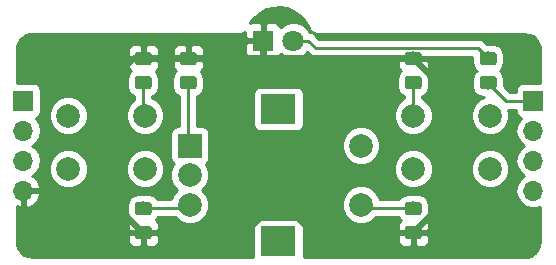
<source format=gbr>
G04 #@! TF.GenerationSoftware,KiCad,Pcbnew,(5.0.2-5)-5*
G04 #@! TF.CreationDate,2019-10-01T20:51:56+03:00*
G04 #@! TF.ProjectId,nav_panel,6e61765f-7061-46e6-956c-2e6b69636164,rev?*
G04 #@! TF.SameCoordinates,Original*
G04 #@! TF.FileFunction,Copper,L2,Bot*
G04 #@! TF.FilePolarity,Positive*
%FSLAX46Y46*%
G04 Gerber Fmt 4.6, Leading zero omitted, Abs format (unit mm)*
G04 Created by KiCad (PCBNEW (5.0.2-5)-5) date 2019 October 01, Tuesday 20:51:56*
%MOMM*%
%LPD*%
G01*
G04 APERTURE LIST*
G04 #@! TA.AperFunction,ComponentPad*
%ADD10R,1.800000X1.800000*%
G04 #@! TD*
G04 #@! TA.AperFunction,ComponentPad*
%ADD11C,1.800000*%
G04 #@! TD*
G04 #@! TA.AperFunction,Conductor*
%ADD12C,0.100000*%
G04 #@! TD*
G04 #@! TA.AperFunction,SMDPad,CuDef*
%ADD13C,1.150000*%
G04 #@! TD*
G04 #@! TA.AperFunction,ComponentPad*
%ADD14C,2.000000*%
G04 #@! TD*
G04 #@! TA.AperFunction,ComponentPad*
%ADD15R,3.000000X2.500000*%
G04 #@! TD*
G04 #@! TA.AperFunction,ComponentPad*
%ADD16R,2.000000X2.000000*%
G04 #@! TD*
G04 #@! TA.AperFunction,ComponentPad*
%ADD17R,1.700000X1.700000*%
G04 #@! TD*
G04 #@! TA.AperFunction,ComponentPad*
%ADD18O,1.700000X1.700000*%
G04 #@! TD*
G04 #@! TA.AperFunction,Conductor*
%ADD19C,0.500000*%
G04 #@! TD*
G04 #@! TA.AperFunction,Conductor*
%ADD20C,0.250000*%
G04 #@! TD*
G04 #@! TA.AperFunction,Conductor*
%ADD21C,0.254000*%
G04 #@! TD*
G04 APERTURE END LIST*
D10*
G04 #@! TO.P,D1,1*
G04 #@! TO.N,GND*
X147320000Y-81280000D03*
D11*
G04 #@! TO.P,D1,2*
G04 #@! TO.N,Net-(D1-Pad2)*
X149860000Y-81280000D03*
G04 #@! TD*
D12*
G04 #@! TO.N,SW1*
G04 #@! TO.C,R1*
G36*
X137634505Y-84271204D02*
X137658773Y-84274804D01*
X137682572Y-84280765D01*
X137705671Y-84289030D01*
X137727850Y-84299520D01*
X137748893Y-84312132D01*
X137768599Y-84326747D01*
X137786777Y-84343223D01*
X137803253Y-84361401D01*
X137817868Y-84381107D01*
X137830480Y-84402150D01*
X137840970Y-84424329D01*
X137849235Y-84447428D01*
X137855196Y-84471227D01*
X137858796Y-84495495D01*
X137860000Y-84519999D01*
X137860000Y-85170001D01*
X137858796Y-85194505D01*
X137855196Y-85218773D01*
X137849235Y-85242572D01*
X137840970Y-85265671D01*
X137830480Y-85287850D01*
X137817868Y-85308893D01*
X137803253Y-85328599D01*
X137786777Y-85346777D01*
X137768599Y-85363253D01*
X137748893Y-85377868D01*
X137727850Y-85390480D01*
X137705671Y-85400970D01*
X137682572Y-85409235D01*
X137658773Y-85415196D01*
X137634505Y-85418796D01*
X137610001Y-85420000D01*
X136709999Y-85420000D01*
X136685495Y-85418796D01*
X136661227Y-85415196D01*
X136637428Y-85409235D01*
X136614329Y-85400970D01*
X136592150Y-85390480D01*
X136571107Y-85377868D01*
X136551401Y-85363253D01*
X136533223Y-85346777D01*
X136516747Y-85328599D01*
X136502132Y-85308893D01*
X136489520Y-85287850D01*
X136479030Y-85265671D01*
X136470765Y-85242572D01*
X136464804Y-85218773D01*
X136461204Y-85194505D01*
X136460000Y-85170001D01*
X136460000Y-84519999D01*
X136461204Y-84495495D01*
X136464804Y-84471227D01*
X136470765Y-84447428D01*
X136479030Y-84424329D01*
X136489520Y-84402150D01*
X136502132Y-84381107D01*
X136516747Y-84361401D01*
X136533223Y-84343223D01*
X136551401Y-84326747D01*
X136571107Y-84312132D01*
X136592150Y-84299520D01*
X136614329Y-84289030D01*
X136637428Y-84280765D01*
X136661227Y-84274804D01*
X136685495Y-84271204D01*
X136709999Y-84270000D01*
X137610001Y-84270000D01*
X137634505Y-84271204D01*
X137634505Y-84271204D01*
G37*
D13*
G04 #@! TD*
G04 #@! TO.P,R1,1*
G04 #@! TO.N,SW1*
X137160000Y-84845000D03*
D12*
G04 #@! TO.N,GND*
G04 #@! TO.C,R1*
G36*
X137634505Y-82221204D02*
X137658773Y-82224804D01*
X137682572Y-82230765D01*
X137705671Y-82239030D01*
X137727850Y-82249520D01*
X137748893Y-82262132D01*
X137768599Y-82276747D01*
X137786777Y-82293223D01*
X137803253Y-82311401D01*
X137817868Y-82331107D01*
X137830480Y-82352150D01*
X137840970Y-82374329D01*
X137849235Y-82397428D01*
X137855196Y-82421227D01*
X137858796Y-82445495D01*
X137860000Y-82469999D01*
X137860000Y-83120001D01*
X137858796Y-83144505D01*
X137855196Y-83168773D01*
X137849235Y-83192572D01*
X137840970Y-83215671D01*
X137830480Y-83237850D01*
X137817868Y-83258893D01*
X137803253Y-83278599D01*
X137786777Y-83296777D01*
X137768599Y-83313253D01*
X137748893Y-83327868D01*
X137727850Y-83340480D01*
X137705671Y-83350970D01*
X137682572Y-83359235D01*
X137658773Y-83365196D01*
X137634505Y-83368796D01*
X137610001Y-83370000D01*
X136709999Y-83370000D01*
X136685495Y-83368796D01*
X136661227Y-83365196D01*
X136637428Y-83359235D01*
X136614329Y-83350970D01*
X136592150Y-83340480D01*
X136571107Y-83327868D01*
X136551401Y-83313253D01*
X136533223Y-83296777D01*
X136516747Y-83278599D01*
X136502132Y-83258893D01*
X136489520Y-83237850D01*
X136479030Y-83215671D01*
X136470765Y-83192572D01*
X136464804Y-83168773D01*
X136461204Y-83144505D01*
X136460000Y-83120001D01*
X136460000Y-82469999D01*
X136461204Y-82445495D01*
X136464804Y-82421227D01*
X136470765Y-82397428D01*
X136479030Y-82374329D01*
X136489520Y-82352150D01*
X136502132Y-82331107D01*
X136516747Y-82311401D01*
X136533223Y-82293223D01*
X136551401Y-82276747D01*
X136571107Y-82262132D01*
X136592150Y-82249520D01*
X136614329Y-82239030D01*
X136637428Y-82230765D01*
X136661227Y-82224804D01*
X136685495Y-82221204D01*
X136709999Y-82220000D01*
X137610001Y-82220000D01*
X137634505Y-82221204D01*
X137634505Y-82221204D01*
G37*
D13*
G04 #@! TD*
G04 #@! TO.P,R1,2*
G04 #@! TO.N,GND*
X137160000Y-82795000D03*
D12*
G04 #@! TO.N,GND*
G04 #@! TO.C,R2*
G36*
X160494505Y-82221204D02*
X160518773Y-82224804D01*
X160542572Y-82230765D01*
X160565671Y-82239030D01*
X160587850Y-82249520D01*
X160608893Y-82262132D01*
X160628599Y-82276747D01*
X160646777Y-82293223D01*
X160663253Y-82311401D01*
X160677868Y-82331107D01*
X160690480Y-82352150D01*
X160700970Y-82374329D01*
X160709235Y-82397428D01*
X160715196Y-82421227D01*
X160718796Y-82445495D01*
X160720000Y-82469999D01*
X160720000Y-83120001D01*
X160718796Y-83144505D01*
X160715196Y-83168773D01*
X160709235Y-83192572D01*
X160700970Y-83215671D01*
X160690480Y-83237850D01*
X160677868Y-83258893D01*
X160663253Y-83278599D01*
X160646777Y-83296777D01*
X160628599Y-83313253D01*
X160608893Y-83327868D01*
X160587850Y-83340480D01*
X160565671Y-83350970D01*
X160542572Y-83359235D01*
X160518773Y-83365196D01*
X160494505Y-83368796D01*
X160470001Y-83370000D01*
X159569999Y-83370000D01*
X159545495Y-83368796D01*
X159521227Y-83365196D01*
X159497428Y-83359235D01*
X159474329Y-83350970D01*
X159452150Y-83340480D01*
X159431107Y-83327868D01*
X159411401Y-83313253D01*
X159393223Y-83296777D01*
X159376747Y-83278599D01*
X159362132Y-83258893D01*
X159349520Y-83237850D01*
X159339030Y-83215671D01*
X159330765Y-83192572D01*
X159324804Y-83168773D01*
X159321204Y-83144505D01*
X159320000Y-83120001D01*
X159320000Y-82469999D01*
X159321204Y-82445495D01*
X159324804Y-82421227D01*
X159330765Y-82397428D01*
X159339030Y-82374329D01*
X159349520Y-82352150D01*
X159362132Y-82331107D01*
X159376747Y-82311401D01*
X159393223Y-82293223D01*
X159411401Y-82276747D01*
X159431107Y-82262132D01*
X159452150Y-82249520D01*
X159474329Y-82239030D01*
X159497428Y-82230765D01*
X159521227Y-82224804D01*
X159545495Y-82221204D01*
X159569999Y-82220000D01*
X160470001Y-82220000D01*
X160494505Y-82221204D01*
X160494505Y-82221204D01*
G37*
D13*
G04 #@! TD*
G04 #@! TO.P,R2,2*
G04 #@! TO.N,GND*
X160020000Y-82795000D03*
D12*
G04 #@! TO.N,SW2*
G04 #@! TO.C,R2*
G36*
X160494505Y-84271204D02*
X160518773Y-84274804D01*
X160542572Y-84280765D01*
X160565671Y-84289030D01*
X160587850Y-84299520D01*
X160608893Y-84312132D01*
X160628599Y-84326747D01*
X160646777Y-84343223D01*
X160663253Y-84361401D01*
X160677868Y-84381107D01*
X160690480Y-84402150D01*
X160700970Y-84424329D01*
X160709235Y-84447428D01*
X160715196Y-84471227D01*
X160718796Y-84495495D01*
X160720000Y-84519999D01*
X160720000Y-85170001D01*
X160718796Y-85194505D01*
X160715196Y-85218773D01*
X160709235Y-85242572D01*
X160700970Y-85265671D01*
X160690480Y-85287850D01*
X160677868Y-85308893D01*
X160663253Y-85328599D01*
X160646777Y-85346777D01*
X160628599Y-85363253D01*
X160608893Y-85377868D01*
X160587850Y-85390480D01*
X160565671Y-85400970D01*
X160542572Y-85409235D01*
X160518773Y-85415196D01*
X160494505Y-85418796D01*
X160470001Y-85420000D01*
X159569999Y-85420000D01*
X159545495Y-85418796D01*
X159521227Y-85415196D01*
X159497428Y-85409235D01*
X159474329Y-85400970D01*
X159452150Y-85390480D01*
X159431107Y-85377868D01*
X159411401Y-85363253D01*
X159393223Y-85346777D01*
X159376747Y-85328599D01*
X159362132Y-85308893D01*
X159349520Y-85287850D01*
X159339030Y-85265671D01*
X159330765Y-85242572D01*
X159324804Y-85218773D01*
X159321204Y-85194505D01*
X159320000Y-85170001D01*
X159320000Y-84519999D01*
X159321204Y-84495495D01*
X159324804Y-84471227D01*
X159330765Y-84447428D01*
X159339030Y-84424329D01*
X159349520Y-84402150D01*
X159362132Y-84381107D01*
X159376747Y-84361401D01*
X159393223Y-84343223D01*
X159411401Y-84326747D01*
X159431107Y-84312132D01*
X159452150Y-84299520D01*
X159474329Y-84289030D01*
X159497428Y-84280765D01*
X159521227Y-84274804D01*
X159545495Y-84271204D01*
X159569999Y-84270000D01*
X160470001Y-84270000D01*
X160494505Y-84271204D01*
X160494505Y-84271204D01*
G37*
D13*
G04 #@! TD*
G04 #@! TO.P,R2,1*
G04 #@! TO.N,SW2*
X160020000Y-84845000D03*
D12*
G04 #@! TO.N,RE_B*
G04 #@! TO.C,R3*
G36*
X137634505Y-94921204D02*
X137658773Y-94924804D01*
X137682572Y-94930765D01*
X137705671Y-94939030D01*
X137727850Y-94949520D01*
X137748893Y-94962132D01*
X137768599Y-94976747D01*
X137786777Y-94993223D01*
X137803253Y-95011401D01*
X137817868Y-95031107D01*
X137830480Y-95052150D01*
X137840970Y-95074329D01*
X137849235Y-95097428D01*
X137855196Y-95121227D01*
X137858796Y-95145495D01*
X137860000Y-95169999D01*
X137860000Y-95820001D01*
X137858796Y-95844505D01*
X137855196Y-95868773D01*
X137849235Y-95892572D01*
X137840970Y-95915671D01*
X137830480Y-95937850D01*
X137817868Y-95958893D01*
X137803253Y-95978599D01*
X137786777Y-95996777D01*
X137768599Y-96013253D01*
X137748893Y-96027868D01*
X137727850Y-96040480D01*
X137705671Y-96050970D01*
X137682572Y-96059235D01*
X137658773Y-96065196D01*
X137634505Y-96068796D01*
X137610001Y-96070000D01*
X136709999Y-96070000D01*
X136685495Y-96068796D01*
X136661227Y-96065196D01*
X136637428Y-96059235D01*
X136614329Y-96050970D01*
X136592150Y-96040480D01*
X136571107Y-96027868D01*
X136551401Y-96013253D01*
X136533223Y-95996777D01*
X136516747Y-95978599D01*
X136502132Y-95958893D01*
X136489520Y-95937850D01*
X136479030Y-95915671D01*
X136470765Y-95892572D01*
X136464804Y-95868773D01*
X136461204Y-95844505D01*
X136460000Y-95820001D01*
X136460000Y-95169999D01*
X136461204Y-95145495D01*
X136464804Y-95121227D01*
X136470765Y-95097428D01*
X136479030Y-95074329D01*
X136489520Y-95052150D01*
X136502132Y-95031107D01*
X136516747Y-95011401D01*
X136533223Y-94993223D01*
X136551401Y-94976747D01*
X136571107Y-94962132D01*
X136592150Y-94949520D01*
X136614329Y-94939030D01*
X136637428Y-94930765D01*
X136661227Y-94924804D01*
X136685495Y-94921204D01*
X136709999Y-94920000D01*
X137610001Y-94920000D01*
X137634505Y-94921204D01*
X137634505Y-94921204D01*
G37*
D13*
G04 #@! TD*
G04 #@! TO.P,R3,1*
G04 #@! TO.N,RE_B*
X137160000Y-95495000D03*
D12*
G04 #@! TO.N,GND*
G04 #@! TO.C,R3*
G36*
X137634505Y-96971204D02*
X137658773Y-96974804D01*
X137682572Y-96980765D01*
X137705671Y-96989030D01*
X137727850Y-96999520D01*
X137748893Y-97012132D01*
X137768599Y-97026747D01*
X137786777Y-97043223D01*
X137803253Y-97061401D01*
X137817868Y-97081107D01*
X137830480Y-97102150D01*
X137840970Y-97124329D01*
X137849235Y-97147428D01*
X137855196Y-97171227D01*
X137858796Y-97195495D01*
X137860000Y-97219999D01*
X137860000Y-97870001D01*
X137858796Y-97894505D01*
X137855196Y-97918773D01*
X137849235Y-97942572D01*
X137840970Y-97965671D01*
X137830480Y-97987850D01*
X137817868Y-98008893D01*
X137803253Y-98028599D01*
X137786777Y-98046777D01*
X137768599Y-98063253D01*
X137748893Y-98077868D01*
X137727850Y-98090480D01*
X137705671Y-98100970D01*
X137682572Y-98109235D01*
X137658773Y-98115196D01*
X137634505Y-98118796D01*
X137610001Y-98120000D01*
X136709999Y-98120000D01*
X136685495Y-98118796D01*
X136661227Y-98115196D01*
X136637428Y-98109235D01*
X136614329Y-98100970D01*
X136592150Y-98090480D01*
X136571107Y-98077868D01*
X136551401Y-98063253D01*
X136533223Y-98046777D01*
X136516747Y-98028599D01*
X136502132Y-98008893D01*
X136489520Y-97987850D01*
X136479030Y-97965671D01*
X136470765Y-97942572D01*
X136464804Y-97918773D01*
X136461204Y-97894505D01*
X136460000Y-97870001D01*
X136460000Y-97219999D01*
X136461204Y-97195495D01*
X136464804Y-97171227D01*
X136470765Y-97147428D01*
X136479030Y-97124329D01*
X136489520Y-97102150D01*
X136502132Y-97081107D01*
X136516747Y-97061401D01*
X136533223Y-97043223D01*
X136551401Y-97026747D01*
X136571107Y-97012132D01*
X136592150Y-96999520D01*
X136614329Y-96989030D01*
X136637428Y-96980765D01*
X136661227Y-96974804D01*
X136685495Y-96971204D01*
X136709999Y-96970000D01*
X137610001Y-96970000D01*
X137634505Y-96971204D01*
X137634505Y-96971204D01*
G37*
D13*
G04 #@! TD*
G04 #@! TO.P,R3,2*
G04 #@! TO.N,GND*
X137160000Y-97545000D03*
D12*
G04 #@! TO.N,RE1*
G04 #@! TO.C,R4*
G36*
X160494505Y-94921204D02*
X160518773Y-94924804D01*
X160542572Y-94930765D01*
X160565671Y-94939030D01*
X160587850Y-94949520D01*
X160608893Y-94962132D01*
X160628599Y-94976747D01*
X160646777Y-94993223D01*
X160663253Y-95011401D01*
X160677868Y-95031107D01*
X160690480Y-95052150D01*
X160700970Y-95074329D01*
X160709235Y-95097428D01*
X160715196Y-95121227D01*
X160718796Y-95145495D01*
X160720000Y-95169999D01*
X160720000Y-95820001D01*
X160718796Y-95844505D01*
X160715196Y-95868773D01*
X160709235Y-95892572D01*
X160700970Y-95915671D01*
X160690480Y-95937850D01*
X160677868Y-95958893D01*
X160663253Y-95978599D01*
X160646777Y-95996777D01*
X160628599Y-96013253D01*
X160608893Y-96027868D01*
X160587850Y-96040480D01*
X160565671Y-96050970D01*
X160542572Y-96059235D01*
X160518773Y-96065196D01*
X160494505Y-96068796D01*
X160470001Y-96070000D01*
X159569999Y-96070000D01*
X159545495Y-96068796D01*
X159521227Y-96065196D01*
X159497428Y-96059235D01*
X159474329Y-96050970D01*
X159452150Y-96040480D01*
X159431107Y-96027868D01*
X159411401Y-96013253D01*
X159393223Y-95996777D01*
X159376747Y-95978599D01*
X159362132Y-95958893D01*
X159349520Y-95937850D01*
X159339030Y-95915671D01*
X159330765Y-95892572D01*
X159324804Y-95868773D01*
X159321204Y-95844505D01*
X159320000Y-95820001D01*
X159320000Y-95169999D01*
X159321204Y-95145495D01*
X159324804Y-95121227D01*
X159330765Y-95097428D01*
X159339030Y-95074329D01*
X159349520Y-95052150D01*
X159362132Y-95031107D01*
X159376747Y-95011401D01*
X159393223Y-94993223D01*
X159411401Y-94976747D01*
X159431107Y-94962132D01*
X159452150Y-94949520D01*
X159474329Y-94939030D01*
X159497428Y-94930765D01*
X159521227Y-94924804D01*
X159545495Y-94921204D01*
X159569999Y-94920000D01*
X160470001Y-94920000D01*
X160494505Y-94921204D01*
X160494505Y-94921204D01*
G37*
D13*
G04 #@! TD*
G04 #@! TO.P,R4,1*
G04 #@! TO.N,RE1*
X160020000Y-95495000D03*
D12*
G04 #@! TO.N,GND*
G04 #@! TO.C,R4*
G36*
X160494505Y-96971204D02*
X160518773Y-96974804D01*
X160542572Y-96980765D01*
X160565671Y-96989030D01*
X160587850Y-96999520D01*
X160608893Y-97012132D01*
X160628599Y-97026747D01*
X160646777Y-97043223D01*
X160663253Y-97061401D01*
X160677868Y-97081107D01*
X160690480Y-97102150D01*
X160700970Y-97124329D01*
X160709235Y-97147428D01*
X160715196Y-97171227D01*
X160718796Y-97195495D01*
X160720000Y-97219999D01*
X160720000Y-97870001D01*
X160718796Y-97894505D01*
X160715196Y-97918773D01*
X160709235Y-97942572D01*
X160700970Y-97965671D01*
X160690480Y-97987850D01*
X160677868Y-98008893D01*
X160663253Y-98028599D01*
X160646777Y-98046777D01*
X160628599Y-98063253D01*
X160608893Y-98077868D01*
X160587850Y-98090480D01*
X160565671Y-98100970D01*
X160542572Y-98109235D01*
X160518773Y-98115196D01*
X160494505Y-98118796D01*
X160470001Y-98120000D01*
X159569999Y-98120000D01*
X159545495Y-98118796D01*
X159521227Y-98115196D01*
X159497428Y-98109235D01*
X159474329Y-98100970D01*
X159452150Y-98090480D01*
X159431107Y-98077868D01*
X159411401Y-98063253D01*
X159393223Y-98046777D01*
X159376747Y-98028599D01*
X159362132Y-98008893D01*
X159349520Y-97987850D01*
X159339030Y-97965671D01*
X159330765Y-97942572D01*
X159324804Y-97918773D01*
X159321204Y-97894505D01*
X159320000Y-97870001D01*
X159320000Y-97219999D01*
X159321204Y-97195495D01*
X159324804Y-97171227D01*
X159330765Y-97147428D01*
X159339030Y-97124329D01*
X159349520Y-97102150D01*
X159362132Y-97081107D01*
X159376747Y-97061401D01*
X159393223Y-97043223D01*
X159411401Y-97026747D01*
X159431107Y-97012132D01*
X159452150Y-96999520D01*
X159474329Y-96989030D01*
X159497428Y-96980765D01*
X159521227Y-96974804D01*
X159545495Y-96971204D01*
X159569999Y-96970000D01*
X160470001Y-96970000D01*
X160494505Y-96971204D01*
X160494505Y-96971204D01*
G37*
D13*
G04 #@! TD*
G04 #@! TO.P,R4,2*
G04 #@! TO.N,GND*
X160020000Y-97545000D03*
D12*
G04 #@! TO.N,GND*
G04 #@! TO.C,R5*
G36*
X141444505Y-82221204D02*
X141468773Y-82224804D01*
X141492572Y-82230765D01*
X141515671Y-82239030D01*
X141537850Y-82249520D01*
X141558893Y-82262132D01*
X141578599Y-82276747D01*
X141596777Y-82293223D01*
X141613253Y-82311401D01*
X141627868Y-82331107D01*
X141640480Y-82352150D01*
X141650970Y-82374329D01*
X141659235Y-82397428D01*
X141665196Y-82421227D01*
X141668796Y-82445495D01*
X141670000Y-82469999D01*
X141670000Y-83120001D01*
X141668796Y-83144505D01*
X141665196Y-83168773D01*
X141659235Y-83192572D01*
X141650970Y-83215671D01*
X141640480Y-83237850D01*
X141627868Y-83258893D01*
X141613253Y-83278599D01*
X141596777Y-83296777D01*
X141578599Y-83313253D01*
X141558893Y-83327868D01*
X141537850Y-83340480D01*
X141515671Y-83350970D01*
X141492572Y-83359235D01*
X141468773Y-83365196D01*
X141444505Y-83368796D01*
X141420001Y-83370000D01*
X140519999Y-83370000D01*
X140495495Y-83368796D01*
X140471227Y-83365196D01*
X140447428Y-83359235D01*
X140424329Y-83350970D01*
X140402150Y-83340480D01*
X140381107Y-83327868D01*
X140361401Y-83313253D01*
X140343223Y-83296777D01*
X140326747Y-83278599D01*
X140312132Y-83258893D01*
X140299520Y-83237850D01*
X140289030Y-83215671D01*
X140280765Y-83192572D01*
X140274804Y-83168773D01*
X140271204Y-83144505D01*
X140270000Y-83120001D01*
X140270000Y-82469999D01*
X140271204Y-82445495D01*
X140274804Y-82421227D01*
X140280765Y-82397428D01*
X140289030Y-82374329D01*
X140299520Y-82352150D01*
X140312132Y-82331107D01*
X140326747Y-82311401D01*
X140343223Y-82293223D01*
X140361401Y-82276747D01*
X140381107Y-82262132D01*
X140402150Y-82249520D01*
X140424329Y-82239030D01*
X140447428Y-82230765D01*
X140471227Y-82224804D01*
X140495495Y-82221204D01*
X140519999Y-82220000D01*
X141420001Y-82220000D01*
X141444505Y-82221204D01*
X141444505Y-82221204D01*
G37*
D13*
G04 #@! TD*
G04 #@! TO.P,R5,2*
G04 #@! TO.N,GND*
X140970000Y-82795000D03*
D12*
G04 #@! TO.N,RE_A*
G04 #@! TO.C,R5*
G36*
X141444505Y-84271204D02*
X141468773Y-84274804D01*
X141492572Y-84280765D01*
X141515671Y-84289030D01*
X141537850Y-84299520D01*
X141558893Y-84312132D01*
X141578599Y-84326747D01*
X141596777Y-84343223D01*
X141613253Y-84361401D01*
X141627868Y-84381107D01*
X141640480Y-84402150D01*
X141650970Y-84424329D01*
X141659235Y-84447428D01*
X141665196Y-84471227D01*
X141668796Y-84495495D01*
X141670000Y-84519999D01*
X141670000Y-85170001D01*
X141668796Y-85194505D01*
X141665196Y-85218773D01*
X141659235Y-85242572D01*
X141650970Y-85265671D01*
X141640480Y-85287850D01*
X141627868Y-85308893D01*
X141613253Y-85328599D01*
X141596777Y-85346777D01*
X141578599Y-85363253D01*
X141558893Y-85377868D01*
X141537850Y-85390480D01*
X141515671Y-85400970D01*
X141492572Y-85409235D01*
X141468773Y-85415196D01*
X141444505Y-85418796D01*
X141420001Y-85420000D01*
X140519999Y-85420000D01*
X140495495Y-85418796D01*
X140471227Y-85415196D01*
X140447428Y-85409235D01*
X140424329Y-85400970D01*
X140402150Y-85390480D01*
X140381107Y-85377868D01*
X140361401Y-85363253D01*
X140343223Y-85346777D01*
X140326747Y-85328599D01*
X140312132Y-85308893D01*
X140299520Y-85287850D01*
X140289030Y-85265671D01*
X140280765Y-85242572D01*
X140274804Y-85218773D01*
X140271204Y-85194505D01*
X140270000Y-85170001D01*
X140270000Y-84519999D01*
X140271204Y-84495495D01*
X140274804Y-84471227D01*
X140280765Y-84447428D01*
X140289030Y-84424329D01*
X140299520Y-84402150D01*
X140312132Y-84381107D01*
X140326747Y-84361401D01*
X140343223Y-84343223D01*
X140361401Y-84326747D01*
X140381107Y-84312132D01*
X140402150Y-84299520D01*
X140424329Y-84289030D01*
X140447428Y-84280765D01*
X140471227Y-84274804D01*
X140495495Y-84271204D01*
X140519999Y-84270000D01*
X141420001Y-84270000D01*
X141444505Y-84271204D01*
X141444505Y-84271204D01*
G37*
D13*
G04 #@! TD*
G04 #@! TO.P,R5,1*
G04 #@! TO.N,RE_A*
X140970000Y-84845000D03*
D12*
G04 #@! TO.N,LED*
G04 #@! TO.C,R6*
G36*
X166844505Y-84271204D02*
X166868773Y-84274804D01*
X166892572Y-84280765D01*
X166915671Y-84289030D01*
X166937850Y-84299520D01*
X166958893Y-84312132D01*
X166978599Y-84326747D01*
X166996777Y-84343223D01*
X167013253Y-84361401D01*
X167027868Y-84381107D01*
X167040480Y-84402150D01*
X167050970Y-84424329D01*
X167059235Y-84447428D01*
X167065196Y-84471227D01*
X167068796Y-84495495D01*
X167070000Y-84519999D01*
X167070000Y-85170001D01*
X167068796Y-85194505D01*
X167065196Y-85218773D01*
X167059235Y-85242572D01*
X167050970Y-85265671D01*
X167040480Y-85287850D01*
X167027868Y-85308893D01*
X167013253Y-85328599D01*
X166996777Y-85346777D01*
X166978599Y-85363253D01*
X166958893Y-85377868D01*
X166937850Y-85390480D01*
X166915671Y-85400970D01*
X166892572Y-85409235D01*
X166868773Y-85415196D01*
X166844505Y-85418796D01*
X166820001Y-85420000D01*
X165919999Y-85420000D01*
X165895495Y-85418796D01*
X165871227Y-85415196D01*
X165847428Y-85409235D01*
X165824329Y-85400970D01*
X165802150Y-85390480D01*
X165781107Y-85377868D01*
X165761401Y-85363253D01*
X165743223Y-85346777D01*
X165726747Y-85328599D01*
X165712132Y-85308893D01*
X165699520Y-85287850D01*
X165689030Y-85265671D01*
X165680765Y-85242572D01*
X165674804Y-85218773D01*
X165671204Y-85194505D01*
X165670000Y-85170001D01*
X165670000Y-84519999D01*
X165671204Y-84495495D01*
X165674804Y-84471227D01*
X165680765Y-84447428D01*
X165689030Y-84424329D01*
X165699520Y-84402150D01*
X165712132Y-84381107D01*
X165726747Y-84361401D01*
X165743223Y-84343223D01*
X165761401Y-84326747D01*
X165781107Y-84312132D01*
X165802150Y-84299520D01*
X165824329Y-84289030D01*
X165847428Y-84280765D01*
X165871227Y-84274804D01*
X165895495Y-84271204D01*
X165919999Y-84270000D01*
X166820001Y-84270000D01*
X166844505Y-84271204D01*
X166844505Y-84271204D01*
G37*
D13*
G04 #@! TD*
G04 #@! TO.P,R6,2*
G04 #@! TO.N,LED*
X166370000Y-84845000D03*
D12*
G04 #@! TO.N,Net-(D1-Pad2)*
G04 #@! TO.C,R6*
G36*
X166844505Y-82221204D02*
X166868773Y-82224804D01*
X166892572Y-82230765D01*
X166915671Y-82239030D01*
X166937850Y-82249520D01*
X166958893Y-82262132D01*
X166978599Y-82276747D01*
X166996777Y-82293223D01*
X167013253Y-82311401D01*
X167027868Y-82331107D01*
X167040480Y-82352150D01*
X167050970Y-82374329D01*
X167059235Y-82397428D01*
X167065196Y-82421227D01*
X167068796Y-82445495D01*
X167070000Y-82469999D01*
X167070000Y-83120001D01*
X167068796Y-83144505D01*
X167065196Y-83168773D01*
X167059235Y-83192572D01*
X167050970Y-83215671D01*
X167040480Y-83237850D01*
X167027868Y-83258893D01*
X167013253Y-83278599D01*
X166996777Y-83296777D01*
X166978599Y-83313253D01*
X166958893Y-83327868D01*
X166937850Y-83340480D01*
X166915671Y-83350970D01*
X166892572Y-83359235D01*
X166868773Y-83365196D01*
X166844505Y-83368796D01*
X166820001Y-83370000D01*
X165919999Y-83370000D01*
X165895495Y-83368796D01*
X165871227Y-83365196D01*
X165847428Y-83359235D01*
X165824329Y-83350970D01*
X165802150Y-83340480D01*
X165781107Y-83327868D01*
X165761401Y-83313253D01*
X165743223Y-83296777D01*
X165726747Y-83278599D01*
X165712132Y-83258893D01*
X165699520Y-83237850D01*
X165689030Y-83215671D01*
X165680765Y-83192572D01*
X165674804Y-83168773D01*
X165671204Y-83144505D01*
X165670000Y-83120001D01*
X165670000Y-82469999D01*
X165671204Y-82445495D01*
X165674804Y-82421227D01*
X165680765Y-82397428D01*
X165689030Y-82374329D01*
X165699520Y-82352150D01*
X165712132Y-82331107D01*
X165726747Y-82311401D01*
X165743223Y-82293223D01*
X165761401Y-82276747D01*
X165781107Y-82262132D01*
X165802150Y-82249520D01*
X165824329Y-82239030D01*
X165847428Y-82230765D01*
X165871227Y-82224804D01*
X165895495Y-82221204D01*
X165919999Y-82220000D01*
X166820001Y-82220000D01*
X166844505Y-82221204D01*
X166844505Y-82221204D01*
G37*
D13*
G04 #@! TD*
G04 #@! TO.P,R6,1*
G04 #@! TO.N,Net-(D1-Pad2)*
X166370000Y-82795000D03*
D14*
G04 #@! TO.P,RE1,S2*
G04 #@! TO.N,RE1*
X155597000Y-95170000D03*
G04 #@! TO.P,RE1,S1*
G04 #@! TO.N,+5V*
X155597000Y-90170000D03*
D15*
G04 #@! TO.P,RE1,MP*
G04 #@! TO.N,N/C*
X148597000Y-98270000D03*
X148597000Y-87070000D03*
D14*
G04 #@! TO.P,RE1,B*
G04 #@! TO.N,RE_B*
X141097000Y-95170000D03*
G04 #@! TO.P,RE1,C*
G04 #@! TO.N,+5V*
X141097000Y-92670000D03*
D16*
G04 #@! TO.P,RE1,A*
G04 #@! TO.N,RE_A*
X141097000Y-90170000D03*
G04 #@! TD*
D14*
G04 #@! TO.P,SW1,1*
G04 #@! TO.N,SW1*
X137310000Y-87630000D03*
G04 #@! TO.P,SW1,2*
G04 #@! TO.N,+5V*
X137310000Y-92130000D03*
G04 #@! TO.P,SW1,1*
G04 #@! TO.N,SW1*
X130810000Y-87630000D03*
G04 #@! TO.P,SW1,2*
G04 #@! TO.N,+5V*
X130810000Y-92130000D03*
G04 #@! TD*
G04 #@! TO.P,SW2,2*
G04 #@! TO.N,+5V*
X160020000Y-92130000D03*
G04 #@! TO.P,SW2,1*
G04 #@! TO.N,SW2*
X160020000Y-87630000D03*
G04 #@! TO.P,SW2,2*
G04 #@! TO.N,+5V*
X166520000Y-92130000D03*
G04 #@! TO.P,SW2,1*
G04 #@! TO.N,SW2*
X166520000Y-87630000D03*
G04 #@! TD*
D17*
G04 #@! TO.P,J1,1*
G04 #@! TO.N,SW1*
X127000000Y-86360000D03*
D18*
G04 #@! TO.P,J1,2*
G04 #@! TO.N,RE1*
X127000000Y-88900000D03*
G04 #@! TO.P,J1,3*
G04 #@! TO.N,RE_A*
X127000000Y-91440000D03*
G04 #@! TO.P,J1,4*
G04 #@! TO.N,GND*
X127000000Y-93980000D03*
G04 #@! TD*
G04 #@! TO.P,J2,4*
G04 #@! TO.N,+5V*
X170180000Y-93980000D03*
G04 #@! TO.P,J2,3*
G04 #@! TO.N,RE_B*
X170180000Y-91440000D03*
G04 #@! TO.P,J2,2*
G04 #@! TO.N,SW2*
X170180000Y-88900000D03*
D17*
G04 #@! TO.P,J2,1*
G04 #@! TO.N,LED*
X170180000Y-86360000D03*
G04 #@! TD*
D19*
G04 #@! TO.N,GND*
X133595000Y-93980000D02*
X137160000Y-97545000D01*
X127000000Y-93980000D02*
X133595000Y-93980000D01*
X133595000Y-85560000D02*
X133595000Y-93980000D01*
X136360000Y-82795000D02*
X133595000Y-85560000D01*
X137160000Y-82795000D02*
X136360000Y-82795000D01*
X137160000Y-82795000D02*
X140970000Y-82795000D01*
X147205000Y-82795000D02*
X147320000Y-82680000D01*
X140970000Y-82795000D02*
X147205000Y-82795000D01*
X159220000Y-82795000D02*
X160020000Y-82795000D01*
X147320000Y-82680000D02*
X147435000Y-82795000D01*
X147435000Y-82795000D02*
X159220000Y-82795000D01*
X147320000Y-81280000D02*
X147320000Y-82680000D01*
X159220000Y-97545000D02*
X160020000Y-97545000D01*
X137160000Y-97545000D02*
X145761998Y-97545000D01*
X151520000Y-97545000D02*
X159220000Y-97545000D01*
X147167998Y-96139000D02*
X150114000Y-96139000D01*
X150114000Y-96139000D02*
X151520000Y-97545000D01*
X145761998Y-97545000D02*
X147167998Y-96139000D01*
X160643372Y-96921628D02*
X160020000Y-97545000D01*
X163576000Y-93989000D02*
X160643372Y-96921628D01*
X163576000Y-86351000D02*
X163576000Y-93989000D01*
X160020000Y-82795000D02*
X163576000Y-86351000D01*
D20*
G04 #@! TO.N,Net-(D1-Pad2)*
X151132792Y-81280000D02*
X149860000Y-81280000D01*
X151747782Y-81894990D02*
X151132792Y-81280000D01*
X165469990Y-81894990D02*
X151747782Y-81894990D01*
X166370000Y-82795000D02*
X165469990Y-81894990D01*
G04 #@! TO.N,SW1*
X137160000Y-87480000D02*
X137310000Y-87630000D01*
X137160000Y-84845000D02*
X137160000Y-87480000D01*
G04 #@! TO.N,SW2*
X160020000Y-85520000D02*
X160020000Y-87630000D01*
X160020000Y-84845000D02*
X160020000Y-85520000D01*
G04 #@! TO.N,RE_B*
X140772000Y-95495000D02*
X141097000Y-95170000D01*
X137160000Y-95495000D02*
X140772000Y-95495000D01*
G04 #@! TO.N,RE1*
X155922000Y-95495000D02*
X155597000Y-95170000D01*
X160020000Y-95495000D02*
X155922000Y-95495000D01*
G04 #@! TO.N,RE_A*
X140970000Y-90043000D02*
X141097000Y-90170000D01*
X140970000Y-84845000D02*
X140970000Y-90043000D01*
G04 #@! TO.N,LED*
X167885000Y-86360000D02*
X166370000Y-84845000D01*
X170180000Y-86360000D02*
X167885000Y-86360000D01*
G04 #@! TD*
D21*
G04 #@! TO.N,GND*
G36*
X149322667Y-78552802D02*
X149873673Y-78764728D01*
X150368575Y-79086582D01*
X150785746Y-79504301D01*
X151117277Y-80015545D01*
X151211119Y-80226317D01*
X151223195Y-80287028D01*
X151380119Y-80521881D01*
X151614972Y-80678805D01*
X151822074Y-80720000D01*
X169399420Y-80720000D01*
X169810027Y-80778803D01*
X170141110Y-80929338D01*
X170416639Y-81166749D01*
X170614456Y-81471944D01*
X170725700Y-81843917D01*
X170740000Y-82036348D01*
X170740000Y-84862560D01*
X169330000Y-84862560D01*
X169082235Y-84911843D01*
X168872191Y-85052191D01*
X168731843Y-85262235D01*
X168682560Y-85510000D01*
X168682560Y-85600000D01*
X168199802Y-85600000D01*
X167717440Y-85117638D01*
X167717440Y-84519999D01*
X167649127Y-84176564D01*
X167454586Y-83885414D01*
X167356687Y-83820000D01*
X167454586Y-83754586D01*
X167649127Y-83463436D01*
X167717440Y-83120001D01*
X167717440Y-82469999D01*
X167649127Y-82126564D01*
X167454586Y-81835414D01*
X167163436Y-81640873D01*
X166820001Y-81572560D01*
X166222362Y-81572560D01*
X166060321Y-81410519D01*
X166017919Y-81347061D01*
X165766527Y-81179086D01*
X165544842Y-81134990D01*
X165544837Y-81134990D01*
X165469990Y-81120102D01*
X165395143Y-81134990D01*
X152062584Y-81134990D01*
X151723123Y-80795530D01*
X151680721Y-80732071D01*
X151429329Y-80564096D01*
X151207644Y-80520000D01*
X151207639Y-80520000D01*
X151206582Y-80519790D01*
X151161310Y-80410493D01*
X150729507Y-79978690D01*
X150165330Y-79745000D01*
X149554670Y-79745000D01*
X148990493Y-79978690D01*
X148814139Y-80155044D01*
X148758327Y-80020301D01*
X148579698Y-79841673D01*
X148346309Y-79745000D01*
X147605750Y-79745000D01*
X147447000Y-79903750D01*
X147447000Y-81153000D01*
X147467000Y-81153000D01*
X147467000Y-81407000D01*
X147447000Y-81407000D01*
X147447000Y-82656250D01*
X147605750Y-82815000D01*
X148346309Y-82815000D01*
X148579698Y-82718327D01*
X148758327Y-82539699D01*
X148814139Y-82404956D01*
X148990493Y-82581310D01*
X149554670Y-82815000D01*
X150165330Y-82815000D01*
X150729507Y-82581310D01*
X151044404Y-82266413D01*
X151157452Y-82379462D01*
X151199853Y-82442919D01*
X151451245Y-82610894D01*
X151672930Y-82654990D01*
X151672934Y-82654990D01*
X151747781Y-82669878D01*
X151822628Y-82654990D01*
X158830740Y-82654990D01*
X158843750Y-82668000D01*
X159893000Y-82668000D01*
X159893000Y-82654990D01*
X160147000Y-82654990D01*
X160147000Y-82668000D01*
X161196250Y-82668000D01*
X161209260Y-82654990D01*
X165022560Y-82654990D01*
X165022560Y-83120001D01*
X165090873Y-83463436D01*
X165285414Y-83754586D01*
X165383313Y-83820000D01*
X165285414Y-83885414D01*
X165090873Y-84176564D01*
X165022560Y-84519999D01*
X165022560Y-85170001D01*
X165090873Y-85513436D01*
X165285414Y-85804586D01*
X165576564Y-85999127D01*
X165919999Y-86067440D01*
X166019893Y-86067440D01*
X165593847Y-86243914D01*
X165133914Y-86703847D01*
X164885000Y-87304778D01*
X164885000Y-87955222D01*
X165133914Y-88556153D01*
X165593847Y-89016086D01*
X166194778Y-89265000D01*
X166845222Y-89265000D01*
X167446153Y-89016086D01*
X167906086Y-88556153D01*
X168155000Y-87955222D01*
X168155000Y-87304778D01*
X168078462Y-87120000D01*
X168682560Y-87120000D01*
X168682560Y-87210000D01*
X168731843Y-87457765D01*
X168872191Y-87667809D01*
X169082235Y-87808157D01*
X169127619Y-87817184D01*
X169109375Y-87829375D01*
X168781161Y-88320582D01*
X168665908Y-88900000D01*
X168781161Y-89479418D01*
X169109375Y-89970625D01*
X169407761Y-90170000D01*
X169109375Y-90369375D01*
X168781161Y-90860582D01*
X168665908Y-91440000D01*
X168781161Y-92019418D01*
X169109375Y-92510625D01*
X169407761Y-92710000D01*
X169109375Y-92909375D01*
X168781161Y-93400582D01*
X168665908Y-93980000D01*
X168781161Y-94559418D01*
X169109375Y-95050625D01*
X169600582Y-95378839D01*
X170033744Y-95465000D01*
X170326256Y-95465000D01*
X170740001Y-95382701D01*
X170740001Y-98279413D01*
X170681197Y-98690027D01*
X170530661Y-99021112D01*
X170293251Y-99296639D01*
X169988056Y-99494456D01*
X169616083Y-99605700D01*
X169423652Y-99620000D01*
X150724549Y-99620000D01*
X150744440Y-99520000D01*
X150744440Y-97830750D01*
X158685000Y-97830750D01*
X158685000Y-98246309D01*
X158781673Y-98479698D01*
X158960301Y-98658327D01*
X159193690Y-98755000D01*
X159734250Y-98755000D01*
X159893000Y-98596250D01*
X159893000Y-97672000D01*
X160147000Y-97672000D01*
X160147000Y-98596250D01*
X160305750Y-98755000D01*
X160846310Y-98755000D01*
X161079699Y-98658327D01*
X161258327Y-98479698D01*
X161355000Y-98246309D01*
X161355000Y-97830750D01*
X161196250Y-97672000D01*
X160147000Y-97672000D01*
X159893000Y-97672000D01*
X158843750Y-97672000D01*
X158685000Y-97830750D01*
X150744440Y-97830750D01*
X150744440Y-97020000D01*
X150695157Y-96772235D01*
X150554809Y-96562191D01*
X150344765Y-96421843D01*
X150097000Y-96372560D01*
X147097000Y-96372560D01*
X146849235Y-96421843D01*
X146639191Y-96562191D01*
X146498843Y-96772235D01*
X146449560Y-97020000D01*
X146449560Y-99520000D01*
X146469451Y-99620000D01*
X127780580Y-99620000D01*
X127369973Y-99561197D01*
X127038888Y-99410661D01*
X126763361Y-99173251D01*
X126565544Y-98868056D01*
X126454300Y-98496083D01*
X126440000Y-98303652D01*
X126440000Y-97830750D01*
X135825000Y-97830750D01*
X135825000Y-98246309D01*
X135921673Y-98479698D01*
X136100301Y-98658327D01*
X136333690Y-98755000D01*
X136874250Y-98755000D01*
X137033000Y-98596250D01*
X137033000Y-97672000D01*
X137287000Y-97672000D01*
X137287000Y-98596250D01*
X137445750Y-98755000D01*
X137986310Y-98755000D01*
X138219699Y-98658327D01*
X138398327Y-98479698D01*
X138495000Y-98246309D01*
X138495000Y-97830750D01*
X138336250Y-97672000D01*
X137287000Y-97672000D01*
X137033000Y-97672000D01*
X135983750Y-97672000D01*
X135825000Y-97830750D01*
X126440000Y-97830750D01*
X126440000Y-95326101D01*
X126643108Y-95421486D01*
X126873000Y-95300819D01*
X126873000Y-94107000D01*
X127127000Y-94107000D01*
X127127000Y-95300819D01*
X127356892Y-95421486D01*
X127881358Y-95175183D01*
X127886082Y-95169999D01*
X135812560Y-95169999D01*
X135812560Y-95820001D01*
X135880873Y-96163436D01*
X136075414Y-96454586D01*
X136076597Y-96455377D01*
X135921673Y-96610302D01*
X135825000Y-96843691D01*
X135825000Y-97259250D01*
X135983750Y-97418000D01*
X137033000Y-97418000D01*
X137033000Y-97398000D01*
X137287000Y-97398000D01*
X137287000Y-97418000D01*
X138336250Y-97418000D01*
X138495000Y-97259250D01*
X138495000Y-96843691D01*
X138398327Y-96610302D01*
X138243403Y-96455377D01*
X138244586Y-96454586D01*
X138377946Y-96255000D01*
X139869761Y-96255000D01*
X140170847Y-96556086D01*
X140771778Y-96805000D01*
X141422222Y-96805000D01*
X142023153Y-96556086D01*
X142483086Y-96096153D01*
X142732000Y-95495222D01*
X142732000Y-94844778D01*
X153962000Y-94844778D01*
X153962000Y-95495222D01*
X154210914Y-96096153D01*
X154670847Y-96556086D01*
X155271778Y-96805000D01*
X155922222Y-96805000D01*
X156523153Y-96556086D01*
X156824239Y-96255000D01*
X158802054Y-96255000D01*
X158935414Y-96454586D01*
X158936597Y-96455377D01*
X158781673Y-96610302D01*
X158685000Y-96843691D01*
X158685000Y-97259250D01*
X158843750Y-97418000D01*
X159893000Y-97418000D01*
X159893000Y-97398000D01*
X160147000Y-97398000D01*
X160147000Y-97418000D01*
X161196250Y-97418000D01*
X161355000Y-97259250D01*
X161355000Y-96843691D01*
X161258327Y-96610302D01*
X161103403Y-96455377D01*
X161104586Y-96454586D01*
X161299127Y-96163436D01*
X161367440Y-95820001D01*
X161367440Y-95169999D01*
X161299127Y-94826564D01*
X161104586Y-94535414D01*
X160813436Y-94340873D01*
X160470001Y-94272560D01*
X159569999Y-94272560D01*
X159226564Y-94340873D01*
X158935414Y-94535414D01*
X158802054Y-94735000D01*
X157186528Y-94735000D01*
X156983086Y-94243847D01*
X156523153Y-93783914D01*
X155922222Y-93535000D01*
X155271778Y-93535000D01*
X154670847Y-93783914D01*
X154210914Y-94243847D01*
X153962000Y-94844778D01*
X142732000Y-94844778D01*
X142483086Y-94243847D01*
X142159239Y-93920000D01*
X142483086Y-93596153D01*
X142732000Y-92995222D01*
X142732000Y-92344778D01*
X142483086Y-91743847D01*
X142442255Y-91703016D01*
X142554809Y-91627809D01*
X142695157Y-91417765D01*
X142744440Y-91170000D01*
X142744440Y-89844778D01*
X153962000Y-89844778D01*
X153962000Y-90495222D01*
X154210914Y-91096153D01*
X154670847Y-91556086D01*
X155271778Y-91805000D01*
X155922222Y-91805000D01*
X155922757Y-91804778D01*
X158385000Y-91804778D01*
X158385000Y-92455222D01*
X158633914Y-93056153D01*
X159093847Y-93516086D01*
X159694778Y-93765000D01*
X160345222Y-93765000D01*
X160946153Y-93516086D01*
X161406086Y-93056153D01*
X161655000Y-92455222D01*
X161655000Y-91804778D01*
X164885000Y-91804778D01*
X164885000Y-92455222D01*
X165133914Y-93056153D01*
X165593847Y-93516086D01*
X166194778Y-93765000D01*
X166845222Y-93765000D01*
X167446153Y-93516086D01*
X167906086Y-93056153D01*
X168155000Y-92455222D01*
X168155000Y-91804778D01*
X167906086Y-91203847D01*
X167446153Y-90743914D01*
X166845222Y-90495000D01*
X166194778Y-90495000D01*
X165593847Y-90743914D01*
X165133914Y-91203847D01*
X164885000Y-91804778D01*
X161655000Y-91804778D01*
X161406086Y-91203847D01*
X160946153Y-90743914D01*
X160345222Y-90495000D01*
X159694778Y-90495000D01*
X159093847Y-90743914D01*
X158633914Y-91203847D01*
X158385000Y-91804778D01*
X155922757Y-91804778D01*
X156523153Y-91556086D01*
X156983086Y-91096153D01*
X157232000Y-90495222D01*
X157232000Y-89844778D01*
X156983086Y-89243847D01*
X156523153Y-88783914D01*
X155922222Y-88535000D01*
X155271778Y-88535000D01*
X154670847Y-88783914D01*
X154210914Y-89243847D01*
X153962000Y-89844778D01*
X142744440Y-89844778D01*
X142744440Y-89170000D01*
X142695157Y-88922235D01*
X142554809Y-88712191D01*
X142344765Y-88571843D01*
X142097000Y-88522560D01*
X141730000Y-88522560D01*
X141730000Y-86005778D01*
X141763436Y-85999127D01*
X142031517Y-85820000D01*
X146449560Y-85820000D01*
X146449560Y-88320000D01*
X146498843Y-88567765D01*
X146639191Y-88777809D01*
X146849235Y-88918157D01*
X147097000Y-88967440D01*
X150097000Y-88967440D01*
X150344765Y-88918157D01*
X150554809Y-88777809D01*
X150695157Y-88567765D01*
X150744440Y-88320000D01*
X150744440Y-87304778D01*
X158385000Y-87304778D01*
X158385000Y-87955222D01*
X158633914Y-88556153D01*
X159093847Y-89016086D01*
X159694778Y-89265000D01*
X160345222Y-89265000D01*
X160946153Y-89016086D01*
X161406086Y-88556153D01*
X161655000Y-87955222D01*
X161655000Y-87304778D01*
X161406086Y-86703847D01*
X160946153Y-86243914D01*
X160780000Y-86175091D01*
X160780000Y-86005778D01*
X160813436Y-85999127D01*
X161104586Y-85804586D01*
X161299127Y-85513436D01*
X161367440Y-85170001D01*
X161367440Y-84519999D01*
X161299127Y-84176564D01*
X161104586Y-83885414D01*
X161103403Y-83884623D01*
X161258327Y-83729698D01*
X161355000Y-83496309D01*
X161355000Y-83080750D01*
X161196250Y-82922000D01*
X160147000Y-82922000D01*
X160147000Y-82942000D01*
X159893000Y-82942000D01*
X159893000Y-82922000D01*
X158843750Y-82922000D01*
X158685000Y-83080750D01*
X158685000Y-83496309D01*
X158781673Y-83729698D01*
X158936597Y-83884623D01*
X158935414Y-83885414D01*
X158740873Y-84176564D01*
X158672560Y-84519999D01*
X158672560Y-85170001D01*
X158740873Y-85513436D01*
X158935414Y-85804586D01*
X159226564Y-85999127D01*
X159260000Y-86005778D01*
X159260000Y-86175091D01*
X159093847Y-86243914D01*
X158633914Y-86703847D01*
X158385000Y-87304778D01*
X150744440Y-87304778D01*
X150744440Y-85820000D01*
X150695157Y-85572235D01*
X150554809Y-85362191D01*
X150344765Y-85221843D01*
X150097000Y-85172560D01*
X147097000Y-85172560D01*
X146849235Y-85221843D01*
X146639191Y-85362191D01*
X146498843Y-85572235D01*
X146449560Y-85820000D01*
X142031517Y-85820000D01*
X142054586Y-85804586D01*
X142249127Y-85513436D01*
X142317440Y-85170001D01*
X142317440Y-84519999D01*
X142249127Y-84176564D01*
X142054586Y-83885414D01*
X142053403Y-83884623D01*
X142208327Y-83729698D01*
X142305000Y-83496309D01*
X142305000Y-83080750D01*
X142146250Y-82922000D01*
X141097000Y-82922000D01*
X141097000Y-82942000D01*
X140843000Y-82942000D01*
X140843000Y-82922000D01*
X139793750Y-82922000D01*
X139635000Y-83080750D01*
X139635000Y-83496309D01*
X139731673Y-83729698D01*
X139886597Y-83884623D01*
X139885414Y-83885414D01*
X139690873Y-84176564D01*
X139622560Y-84519999D01*
X139622560Y-85170001D01*
X139690873Y-85513436D01*
X139885414Y-85804586D01*
X140176564Y-85999127D01*
X140210000Y-86005778D01*
X140210001Y-88522560D01*
X140097000Y-88522560D01*
X139849235Y-88571843D01*
X139639191Y-88712191D01*
X139498843Y-88922235D01*
X139449560Y-89170000D01*
X139449560Y-91170000D01*
X139498843Y-91417765D01*
X139639191Y-91627809D01*
X139751745Y-91703016D01*
X139710914Y-91743847D01*
X139462000Y-92344778D01*
X139462000Y-92995222D01*
X139710914Y-93596153D01*
X140034761Y-93920000D01*
X139710914Y-94243847D01*
X139507472Y-94735000D01*
X138377946Y-94735000D01*
X138244586Y-94535414D01*
X137953436Y-94340873D01*
X137610001Y-94272560D01*
X136709999Y-94272560D01*
X136366564Y-94340873D01*
X136075414Y-94535414D01*
X135880873Y-94826564D01*
X135812560Y-95169999D01*
X127886082Y-95169999D01*
X128271645Y-94746924D01*
X128441476Y-94336890D01*
X128320155Y-94107000D01*
X127127000Y-94107000D01*
X126873000Y-94107000D01*
X126853000Y-94107000D01*
X126853000Y-93853000D01*
X126873000Y-93853000D01*
X126873000Y-93833000D01*
X127127000Y-93833000D01*
X127127000Y-93853000D01*
X128320155Y-93853000D01*
X128441476Y-93623110D01*
X128271645Y-93213076D01*
X127881358Y-92784817D01*
X127751522Y-92723843D01*
X128070625Y-92510625D01*
X128398839Y-92019418D01*
X128441533Y-91804778D01*
X129175000Y-91804778D01*
X129175000Y-92455222D01*
X129423914Y-93056153D01*
X129883847Y-93516086D01*
X130484778Y-93765000D01*
X131135222Y-93765000D01*
X131736153Y-93516086D01*
X132196086Y-93056153D01*
X132445000Y-92455222D01*
X132445000Y-91804778D01*
X135675000Y-91804778D01*
X135675000Y-92455222D01*
X135923914Y-93056153D01*
X136383847Y-93516086D01*
X136984778Y-93765000D01*
X137635222Y-93765000D01*
X138236153Y-93516086D01*
X138696086Y-93056153D01*
X138945000Y-92455222D01*
X138945000Y-91804778D01*
X138696086Y-91203847D01*
X138236153Y-90743914D01*
X137635222Y-90495000D01*
X136984778Y-90495000D01*
X136383847Y-90743914D01*
X135923914Y-91203847D01*
X135675000Y-91804778D01*
X132445000Y-91804778D01*
X132196086Y-91203847D01*
X131736153Y-90743914D01*
X131135222Y-90495000D01*
X130484778Y-90495000D01*
X129883847Y-90743914D01*
X129423914Y-91203847D01*
X129175000Y-91804778D01*
X128441533Y-91804778D01*
X128514092Y-91440000D01*
X128398839Y-90860582D01*
X128070625Y-90369375D01*
X127772239Y-90170000D01*
X128070625Y-89970625D01*
X128398839Y-89479418D01*
X128514092Y-88900000D01*
X128398839Y-88320582D01*
X128070625Y-87829375D01*
X128052381Y-87817184D01*
X128097765Y-87808157D01*
X128307809Y-87667809D01*
X128448157Y-87457765D01*
X128478587Y-87304778D01*
X129175000Y-87304778D01*
X129175000Y-87955222D01*
X129423914Y-88556153D01*
X129883847Y-89016086D01*
X130484778Y-89265000D01*
X131135222Y-89265000D01*
X131736153Y-89016086D01*
X132196086Y-88556153D01*
X132445000Y-87955222D01*
X132445000Y-87304778D01*
X135675000Y-87304778D01*
X135675000Y-87955222D01*
X135923914Y-88556153D01*
X136383847Y-89016086D01*
X136984778Y-89265000D01*
X137635222Y-89265000D01*
X138236153Y-89016086D01*
X138696086Y-88556153D01*
X138945000Y-87955222D01*
X138945000Y-87304778D01*
X138696086Y-86703847D01*
X138236153Y-86243914D01*
X137920000Y-86112959D01*
X137920000Y-86005778D01*
X137953436Y-85999127D01*
X138244586Y-85804586D01*
X138439127Y-85513436D01*
X138507440Y-85170001D01*
X138507440Y-84519999D01*
X138439127Y-84176564D01*
X138244586Y-83885414D01*
X138243403Y-83884623D01*
X138398327Y-83729698D01*
X138495000Y-83496309D01*
X138495000Y-83080750D01*
X138336250Y-82922000D01*
X137287000Y-82922000D01*
X137287000Y-82942000D01*
X137033000Y-82942000D01*
X137033000Y-82922000D01*
X135983750Y-82922000D01*
X135825000Y-83080750D01*
X135825000Y-83496309D01*
X135921673Y-83729698D01*
X136076597Y-83884623D01*
X136075414Y-83885414D01*
X135880873Y-84176564D01*
X135812560Y-84519999D01*
X135812560Y-85170001D01*
X135880873Y-85513436D01*
X136075414Y-85804586D01*
X136366564Y-85999127D01*
X136400000Y-86005778D01*
X136400001Y-86237223D01*
X136383847Y-86243914D01*
X135923914Y-86703847D01*
X135675000Y-87304778D01*
X132445000Y-87304778D01*
X132196086Y-86703847D01*
X131736153Y-86243914D01*
X131135222Y-85995000D01*
X130484778Y-85995000D01*
X129883847Y-86243914D01*
X129423914Y-86703847D01*
X129175000Y-87304778D01*
X128478587Y-87304778D01*
X128497440Y-87210000D01*
X128497440Y-85510000D01*
X128448157Y-85262235D01*
X128307809Y-85052191D01*
X128097765Y-84911843D01*
X127850000Y-84862560D01*
X126440000Y-84862560D01*
X126440000Y-82093691D01*
X135825000Y-82093691D01*
X135825000Y-82509250D01*
X135983750Y-82668000D01*
X137033000Y-82668000D01*
X137033000Y-81743750D01*
X137287000Y-81743750D01*
X137287000Y-82668000D01*
X138336250Y-82668000D01*
X138495000Y-82509250D01*
X138495000Y-82093691D01*
X139635000Y-82093691D01*
X139635000Y-82509250D01*
X139793750Y-82668000D01*
X140843000Y-82668000D01*
X140843000Y-81743750D01*
X141097000Y-81743750D01*
X141097000Y-82668000D01*
X142146250Y-82668000D01*
X142305000Y-82509250D01*
X142305000Y-82093691D01*
X142208327Y-81860302D01*
X142029699Y-81681673D01*
X141796310Y-81585000D01*
X141255750Y-81585000D01*
X141097000Y-81743750D01*
X140843000Y-81743750D01*
X140684250Y-81585000D01*
X140143690Y-81585000D01*
X139910301Y-81681673D01*
X139731673Y-81860302D01*
X139635000Y-82093691D01*
X138495000Y-82093691D01*
X138398327Y-81860302D01*
X138219699Y-81681673D01*
X137986310Y-81585000D01*
X137445750Y-81585000D01*
X137287000Y-81743750D01*
X137033000Y-81743750D01*
X136874250Y-81585000D01*
X136333690Y-81585000D01*
X136100301Y-81681673D01*
X135921673Y-81860302D01*
X135825000Y-82093691D01*
X126440000Y-82093691D01*
X126440000Y-82060580D01*
X126498803Y-81649973D01*
X126537097Y-81565750D01*
X145785000Y-81565750D01*
X145785000Y-82306310D01*
X145881673Y-82539699D01*
X146060302Y-82718327D01*
X146293691Y-82815000D01*
X147034250Y-82815000D01*
X147193000Y-82656250D01*
X147193000Y-81407000D01*
X145943750Y-81407000D01*
X145785000Y-81565750D01*
X126537097Y-81565750D01*
X126649338Y-81318890D01*
X126886749Y-81043361D01*
X127191944Y-80845544D01*
X127563917Y-80734300D01*
X127756348Y-80720000D01*
X145357926Y-80720000D01*
X145565028Y-80678805D01*
X145785000Y-80531824D01*
X145785000Y-80994250D01*
X145943750Y-81153000D01*
X147193000Y-81153000D01*
X147193000Y-79903750D01*
X147034250Y-79745000D01*
X146293691Y-79745000D01*
X146200703Y-79783517D01*
X146222686Y-79740443D01*
X146594508Y-79281895D01*
X147053545Y-78910672D01*
X147579735Y-78642999D01*
X148150070Y-78490578D01*
X148739636Y-78460068D01*
X149322667Y-78552802D01*
X149322667Y-78552802D01*
G37*
X149322667Y-78552802D02*
X149873673Y-78764728D01*
X150368575Y-79086582D01*
X150785746Y-79504301D01*
X151117277Y-80015545D01*
X151211119Y-80226317D01*
X151223195Y-80287028D01*
X151380119Y-80521881D01*
X151614972Y-80678805D01*
X151822074Y-80720000D01*
X169399420Y-80720000D01*
X169810027Y-80778803D01*
X170141110Y-80929338D01*
X170416639Y-81166749D01*
X170614456Y-81471944D01*
X170725700Y-81843917D01*
X170740000Y-82036348D01*
X170740000Y-84862560D01*
X169330000Y-84862560D01*
X169082235Y-84911843D01*
X168872191Y-85052191D01*
X168731843Y-85262235D01*
X168682560Y-85510000D01*
X168682560Y-85600000D01*
X168199802Y-85600000D01*
X167717440Y-85117638D01*
X167717440Y-84519999D01*
X167649127Y-84176564D01*
X167454586Y-83885414D01*
X167356687Y-83820000D01*
X167454586Y-83754586D01*
X167649127Y-83463436D01*
X167717440Y-83120001D01*
X167717440Y-82469999D01*
X167649127Y-82126564D01*
X167454586Y-81835414D01*
X167163436Y-81640873D01*
X166820001Y-81572560D01*
X166222362Y-81572560D01*
X166060321Y-81410519D01*
X166017919Y-81347061D01*
X165766527Y-81179086D01*
X165544842Y-81134990D01*
X165544837Y-81134990D01*
X165469990Y-81120102D01*
X165395143Y-81134990D01*
X152062584Y-81134990D01*
X151723123Y-80795530D01*
X151680721Y-80732071D01*
X151429329Y-80564096D01*
X151207644Y-80520000D01*
X151207639Y-80520000D01*
X151206582Y-80519790D01*
X151161310Y-80410493D01*
X150729507Y-79978690D01*
X150165330Y-79745000D01*
X149554670Y-79745000D01*
X148990493Y-79978690D01*
X148814139Y-80155044D01*
X148758327Y-80020301D01*
X148579698Y-79841673D01*
X148346309Y-79745000D01*
X147605750Y-79745000D01*
X147447000Y-79903750D01*
X147447000Y-81153000D01*
X147467000Y-81153000D01*
X147467000Y-81407000D01*
X147447000Y-81407000D01*
X147447000Y-82656250D01*
X147605750Y-82815000D01*
X148346309Y-82815000D01*
X148579698Y-82718327D01*
X148758327Y-82539699D01*
X148814139Y-82404956D01*
X148990493Y-82581310D01*
X149554670Y-82815000D01*
X150165330Y-82815000D01*
X150729507Y-82581310D01*
X151044404Y-82266413D01*
X151157452Y-82379462D01*
X151199853Y-82442919D01*
X151451245Y-82610894D01*
X151672930Y-82654990D01*
X151672934Y-82654990D01*
X151747781Y-82669878D01*
X151822628Y-82654990D01*
X158830740Y-82654990D01*
X158843750Y-82668000D01*
X159893000Y-82668000D01*
X159893000Y-82654990D01*
X160147000Y-82654990D01*
X160147000Y-82668000D01*
X161196250Y-82668000D01*
X161209260Y-82654990D01*
X165022560Y-82654990D01*
X165022560Y-83120001D01*
X165090873Y-83463436D01*
X165285414Y-83754586D01*
X165383313Y-83820000D01*
X165285414Y-83885414D01*
X165090873Y-84176564D01*
X165022560Y-84519999D01*
X165022560Y-85170001D01*
X165090873Y-85513436D01*
X165285414Y-85804586D01*
X165576564Y-85999127D01*
X165919999Y-86067440D01*
X166019893Y-86067440D01*
X165593847Y-86243914D01*
X165133914Y-86703847D01*
X164885000Y-87304778D01*
X164885000Y-87955222D01*
X165133914Y-88556153D01*
X165593847Y-89016086D01*
X166194778Y-89265000D01*
X166845222Y-89265000D01*
X167446153Y-89016086D01*
X167906086Y-88556153D01*
X168155000Y-87955222D01*
X168155000Y-87304778D01*
X168078462Y-87120000D01*
X168682560Y-87120000D01*
X168682560Y-87210000D01*
X168731843Y-87457765D01*
X168872191Y-87667809D01*
X169082235Y-87808157D01*
X169127619Y-87817184D01*
X169109375Y-87829375D01*
X168781161Y-88320582D01*
X168665908Y-88900000D01*
X168781161Y-89479418D01*
X169109375Y-89970625D01*
X169407761Y-90170000D01*
X169109375Y-90369375D01*
X168781161Y-90860582D01*
X168665908Y-91440000D01*
X168781161Y-92019418D01*
X169109375Y-92510625D01*
X169407761Y-92710000D01*
X169109375Y-92909375D01*
X168781161Y-93400582D01*
X168665908Y-93980000D01*
X168781161Y-94559418D01*
X169109375Y-95050625D01*
X169600582Y-95378839D01*
X170033744Y-95465000D01*
X170326256Y-95465000D01*
X170740001Y-95382701D01*
X170740001Y-98279413D01*
X170681197Y-98690027D01*
X170530661Y-99021112D01*
X170293251Y-99296639D01*
X169988056Y-99494456D01*
X169616083Y-99605700D01*
X169423652Y-99620000D01*
X150724549Y-99620000D01*
X150744440Y-99520000D01*
X150744440Y-97830750D01*
X158685000Y-97830750D01*
X158685000Y-98246309D01*
X158781673Y-98479698D01*
X158960301Y-98658327D01*
X159193690Y-98755000D01*
X159734250Y-98755000D01*
X159893000Y-98596250D01*
X159893000Y-97672000D01*
X160147000Y-97672000D01*
X160147000Y-98596250D01*
X160305750Y-98755000D01*
X160846310Y-98755000D01*
X161079699Y-98658327D01*
X161258327Y-98479698D01*
X161355000Y-98246309D01*
X161355000Y-97830750D01*
X161196250Y-97672000D01*
X160147000Y-97672000D01*
X159893000Y-97672000D01*
X158843750Y-97672000D01*
X158685000Y-97830750D01*
X150744440Y-97830750D01*
X150744440Y-97020000D01*
X150695157Y-96772235D01*
X150554809Y-96562191D01*
X150344765Y-96421843D01*
X150097000Y-96372560D01*
X147097000Y-96372560D01*
X146849235Y-96421843D01*
X146639191Y-96562191D01*
X146498843Y-96772235D01*
X146449560Y-97020000D01*
X146449560Y-99520000D01*
X146469451Y-99620000D01*
X127780580Y-99620000D01*
X127369973Y-99561197D01*
X127038888Y-99410661D01*
X126763361Y-99173251D01*
X126565544Y-98868056D01*
X126454300Y-98496083D01*
X126440000Y-98303652D01*
X126440000Y-97830750D01*
X135825000Y-97830750D01*
X135825000Y-98246309D01*
X135921673Y-98479698D01*
X136100301Y-98658327D01*
X136333690Y-98755000D01*
X136874250Y-98755000D01*
X137033000Y-98596250D01*
X137033000Y-97672000D01*
X137287000Y-97672000D01*
X137287000Y-98596250D01*
X137445750Y-98755000D01*
X137986310Y-98755000D01*
X138219699Y-98658327D01*
X138398327Y-98479698D01*
X138495000Y-98246309D01*
X138495000Y-97830750D01*
X138336250Y-97672000D01*
X137287000Y-97672000D01*
X137033000Y-97672000D01*
X135983750Y-97672000D01*
X135825000Y-97830750D01*
X126440000Y-97830750D01*
X126440000Y-95326101D01*
X126643108Y-95421486D01*
X126873000Y-95300819D01*
X126873000Y-94107000D01*
X127127000Y-94107000D01*
X127127000Y-95300819D01*
X127356892Y-95421486D01*
X127881358Y-95175183D01*
X127886082Y-95169999D01*
X135812560Y-95169999D01*
X135812560Y-95820001D01*
X135880873Y-96163436D01*
X136075414Y-96454586D01*
X136076597Y-96455377D01*
X135921673Y-96610302D01*
X135825000Y-96843691D01*
X135825000Y-97259250D01*
X135983750Y-97418000D01*
X137033000Y-97418000D01*
X137033000Y-97398000D01*
X137287000Y-97398000D01*
X137287000Y-97418000D01*
X138336250Y-97418000D01*
X138495000Y-97259250D01*
X138495000Y-96843691D01*
X138398327Y-96610302D01*
X138243403Y-96455377D01*
X138244586Y-96454586D01*
X138377946Y-96255000D01*
X139869761Y-96255000D01*
X140170847Y-96556086D01*
X140771778Y-96805000D01*
X141422222Y-96805000D01*
X142023153Y-96556086D01*
X142483086Y-96096153D01*
X142732000Y-95495222D01*
X142732000Y-94844778D01*
X153962000Y-94844778D01*
X153962000Y-95495222D01*
X154210914Y-96096153D01*
X154670847Y-96556086D01*
X155271778Y-96805000D01*
X155922222Y-96805000D01*
X156523153Y-96556086D01*
X156824239Y-96255000D01*
X158802054Y-96255000D01*
X158935414Y-96454586D01*
X158936597Y-96455377D01*
X158781673Y-96610302D01*
X158685000Y-96843691D01*
X158685000Y-97259250D01*
X158843750Y-97418000D01*
X159893000Y-97418000D01*
X159893000Y-97398000D01*
X160147000Y-97398000D01*
X160147000Y-97418000D01*
X161196250Y-97418000D01*
X161355000Y-97259250D01*
X161355000Y-96843691D01*
X161258327Y-96610302D01*
X161103403Y-96455377D01*
X161104586Y-96454586D01*
X161299127Y-96163436D01*
X161367440Y-95820001D01*
X161367440Y-95169999D01*
X161299127Y-94826564D01*
X161104586Y-94535414D01*
X160813436Y-94340873D01*
X160470001Y-94272560D01*
X159569999Y-94272560D01*
X159226564Y-94340873D01*
X158935414Y-94535414D01*
X158802054Y-94735000D01*
X157186528Y-94735000D01*
X156983086Y-94243847D01*
X156523153Y-93783914D01*
X155922222Y-93535000D01*
X155271778Y-93535000D01*
X154670847Y-93783914D01*
X154210914Y-94243847D01*
X153962000Y-94844778D01*
X142732000Y-94844778D01*
X142483086Y-94243847D01*
X142159239Y-93920000D01*
X142483086Y-93596153D01*
X142732000Y-92995222D01*
X142732000Y-92344778D01*
X142483086Y-91743847D01*
X142442255Y-91703016D01*
X142554809Y-91627809D01*
X142695157Y-91417765D01*
X142744440Y-91170000D01*
X142744440Y-89844778D01*
X153962000Y-89844778D01*
X153962000Y-90495222D01*
X154210914Y-91096153D01*
X154670847Y-91556086D01*
X155271778Y-91805000D01*
X155922222Y-91805000D01*
X155922757Y-91804778D01*
X158385000Y-91804778D01*
X158385000Y-92455222D01*
X158633914Y-93056153D01*
X159093847Y-93516086D01*
X159694778Y-93765000D01*
X160345222Y-93765000D01*
X160946153Y-93516086D01*
X161406086Y-93056153D01*
X161655000Y-92455222D01*
X161655000Y-91804778D01*
X164885000Y-91804778D01*
X164885000Y-92455222D01*
X165133914Y-93056153D01*
X165593847Y-93516086D01*
X166194778Y-93765000D01*
X166845222Y-93765000D01*
X167446153Y-93516086D01*
X167906086Y-93056153D01*
X168155000Y-92455222D01*
X168155000Y-91804778D01*
X167906086Y-91203847D01*
X167446153Y-90743914D01*
X166845222Y-90495000D01*
X166194778Y-90495000D01*
X165593847Y-90743914D01*
X165133914Y-91203847D01*
X164885000Y-91804778D01*
X161655000Y-91804778D01*
X161406086Y-91203847D01*
X160946153Y-90743914D01*
X160345222Y-90495000D01*
X159694778Y-90495000D01*
X159093847Y-90743914D01*
X158633914Y-91203847D01*
X158385000Y-91804778D01*
X155922757Y-91804778D01*
X156523153Y-91556086D01*
X156983086Y-91096153D01*
X157232000Y-90495222D01*
X157232000Y-89844778D01*
X156983086Y-89243847D01*
X156523153Y-88783914D01*
X155922222Y-88535000D01*
X155271778Y-88535000D01*
X154670847Y-88783914D01*
X154210914Y-89243847D01*
X153962000Y-89844778D01*
X142744440Y-89844778D01*
X142744440Y-89170000D01*
X142695157Y-88922235D01*
X142554809Y-88712191D01*
X142344765Y-88571843D01*
X142097000Y-88522560D01*
X141730000Y-88522560D01*
X141730000Y-86005778D01*
X141763436Y-85999127D01*
X142031517Y-85820000D01*
X146449560Y-85820000D01*
X146449560Y-88320000D01*
X146498843Y-88567765D01*
X146639191Y-88777809D01*
X146849235Y-88918157D01*
X147097000Y-88967440D01*
X150097000Y-88967440D01*
X150344765Y-88918157D01*
X150554809Y-88777809D01*
X150695157Y-88567765D01*
X150744440Y-88320000D01*
X150744440Y-87304778D01*
X158385000Y-87304778D01*
X158385000Y-87955222D01*
X158633914Y-88556153D01*
X159093847Y-89016086D01*
X159694778Y-89265000D01*
X160345222Y-89265000D01*
X160946153Y-89016086D01*
X161406086Y-88556153D01*
X161655000Y-87955222D01*
X161655000Y-87304778D01*
X161406086Y-86703847D01*
X160946153Y-86243914D01*
X160780000Y-86175091D01*
X160780000Y-86005778D01*
X160813436Y-85999127D01*
X161104586Y-85804586D01*
X161299127Y-85513436D01*
X161367440Y-85170001D01*
X161367440Y-84519999D01*
X161299127Y-84176564D01*
X161104586Y-83885414D01*
X161103403Y-83884623D01*
X161258327Y-83729698D01*
X161355000Y-83496309D01*
X161355000Y-83080750D01*
X161196250Y-82922000D01*
X160147000Y-82922000D01*
X160147000Y-82942000D01*
X159893000Y-82942000D01*
X159893000Y-82922000D01*
X158843750Y-82922000D01*
X158685000Y-83080750D01*
X158685000Y-83496309D01*
X158781673Y-83729698D01*
X158936597Y-83884623D01*
X158935414Y-83885414D01*
X158740873Y-84176564D01*
X158672560Y-84519999D01*
X158672560Y-85170001D01*
X158740873Y-85513436D01*
X158935414Y-85804586D01*
X159226564Y-85999127D01*
X159260000Y-86005778D01*
X159260000Y-86175091D01*
X159093847Y-86243914D01*
X158633914Y-86703847D01*
X158385000Y-87304778D01*
X150744440Y-87304778D01*
X150744440Y-85820000D01*
X150695157Y-85572235D01*
X150554809Y-85362191D01*
X150344765Y-85221843D01*
X150097000Y-85172560D01*
X147097000Y-85172560D01*
X146849235Y-85221843D01*
X146639191Y-85362191D01*
X146498843Y-85572235D01*
X146449560Y-85820000D01*
X142031517Y-85820000D01*
X142054586Y-85804586D01*
X142249127Y-85513436D01*
X142317440Y-85170001D01*
X142317440Y-84519999D01*
X142249127Y-84176564D01*
X142054586Y-83885414D01*
X142053403Y-83884623D01*
X142208327Y-83729698D01*
X142305000Y-83496309D01*
X142305000Y-83080750D01*
X142146250Y-82922000D01*
X141097000Y-82922000D01*
X141097000Y-82942000D01*
X140843000Y-82942000D01*
X140843000Y-82922000D01*
X139793750Y-82922000D01*
X139635000Y-83080750D01*
X139635000Y-83496309D01*
X139731673Y-83729698D01*
X139886597Y-83884623D01*
X139885414Y-83885414D01*
X139690873Y-84176564D01*
X139622560Y-84519999D01*
X139622560Y-85170001D01*
X139690873Y-85513436D01*
X139885414Y-85804586D01*
X140176564Y-85999127D01*
X140210000Y-86005778D01*
X140210001Y-88522560D01*
X140097000Y-88522560D01*
X139849235Y-88571843D01*
X139639191Y-88712191D01*
X139498843Y-88922235D01*
X139449560Y-89170000D01*
X139449560Y-91170000D01*
X139498843Y-91417765D01*
X139639191Y-91627809D01*
X139751745Y-91703016D01*
X139710914Y-91743847D01*
X139462000Y-92344778D01*
X139462000Y-92995222D01*
X139710914Y-93596153D01*
X140034761Y-93920000D01*
X139710914Y-94243847D01*
X139507472Y-94735000D01*
X138377946Y-94735000D01*
X138244586Y-94535414D01*
X137953436Y-94340873D01*
X137610001Y-94272560D01*
X136709999Y-94272560D01*
X136366564Y-94340873D01*
X136075414Y-94535414D01*
X135880873Y-94826564D01*
X135812560Y-95169999D01*
X127886082Y-95169999D01*
X128271645Y-94746924D01*
X128441476Y-94336890D01*
X128320155Y-94107000D01*
X127127000Y-94107000D01*
X126873000Y-94107000D01*
X126853000Y-94107000D01*
X126853000Y-93853000D01*
X126873000Y-93853000D01*
X126873000Y-93833000D01*
X127127000Y-93833000D01*
X127127000Y-93853000D01*
X128320155Y-93853000D01*
X128441476Y-93623110D01*
X128271645Y-93213076D01*
X127881358Y-92784817D01*
X127751522Y-92723843D01*
X128070625Y-92510625D01*
X128398839Y-92019418D01*
X128441533Y-91804778D01*
X129175000Y-91804778D01*
X129175000Y-92455222D01*
X129423914Y-93056153D01*
X129883847Y-93516086D01*
X130484778Y-93765000D01*
X131135222Y-93765000D01*
X131736153Y-93516086D01*
X132196086Y-93056153D01*
X132445000Y-92455222D01*
X132445000Y-91804778D01*
X135675000Y-91804778D01*
X135675000Y-92455222D01*
X135923914Y-93056153D01*
X136383847Y-93516086D01*
X136984778Y-93765000D01*
X137635222Y-93765000D01*
X138236153Y-93516086D01*
X138696086Y-93056153D01*
X138945000Y-92455222D01*
X138945000Y-91804778D01*
X138696086Y-91203847D01*
X138236153Y-90743914D01*
X137635222Y-90495000D01*
X136984778Y-90495000D01*
X136383847Y-90743914D01*
X135923914Y-91203847D01*
X135675000Y-91804778D01*
X132445000Y-91804778D01*
X132196086Y-91203847D01*
X131736153Y-90743914D01*
X131135222Y-90495000D01*
X130484778Y-90495000D01*
X129883847Y-90743914D01*
X129423914Y-91203847D01*
X129175000Y-91804778D01*
X128441533Y-91804778D01*
X128514092Y-91440000D01*
X128398839Y-90860582D01*
X128070625Y-90369375D01*
X127772239Y-90170000D01*
X128070625Y-89970625D01*
X128398839Y-89479418D01*
X128514092Y-88900000D01*
X128398839Y-88320582D01*
X128070625Y-87829375D01*
X128052381Y-87817184D01*
X128097765Y-87808157D01*
X128307809Y-87667809D01*
X128448157Y-87457765D01*
X128478587Y-87304778D01*
X129175000Y-87304778D01*
X129175000Y-87955222D01*
X129423914Y-88556153D01*
X129883847Y-89016086D01*
X130484778Y-89265000D01*
X131135222Y-89265000D01*
X131736153Y-89016086D01*
X132196086Y-88556153D01*
X132445000Y-87955222D01*
X132445000Y-87304778D01*
X135675000Y-87304778D01*
X135675000Y-87955222D01*
X135923914Y-88556153D01*
X136383847Y-89016086D01*
X136984778Y-89265000D01*
X137635222Y-89265000D01*
X138236153Y-89016086D01*
X138696086Y-88556153D01*
X138945000Y-87955222D01*
X138945000Y-87304778D01*
X138696086Y-86703847D01*
X138236153Y-86243914D01*
X137920000Y-86112959D01*
X137920000Y-86005778D01*
X137953436Y-85999127D01*
X138244586Y-85804586D01*
X138439127Y-85513436D01*
X138507440Y-85170001D01*
X138507440Y-84519999D01*
X138439127Y-84176564D01*
X138244586Y-83885414D01*
X138243403Y-83884623D01*
X138398327Y-83729698D01*
X138495000Y-83496309D01*
X138495000Y-83080750D01*
X138336250Y-82922000D01*
X137287000Y-82922000D01*
X137287000Y-82942000D01*
X137033000Y-82942000D01*
X137033000Y-82922000D01*
X135983750Y-82922000D01*
X135825000Y-83080750D01*
X135825000Y-83496309D01*
X135921673Y-83729698D01*
X136076597Y-83884623D01*
X136075414Y-83885414D01*
X135880873Y-84176564D01*
X135812560Y-84519999D01*
X135812560Y-85170001D01*
X135880873Y-85513436D01*
X136075414Y-85804586D01*
X136366564Y-85999127D01*
X136400000Y-86005778D01*
X136400001Y-86237223D01*
X136383847Y-86243914D01*
X135923914Y-86703847D01*
X135675000Y-87304778D01*
X132445000Y-87304778D01*
X132196086Y-86703847D01*
X131736153Y-86243914D01*
X131135222Y-85995000D01*
X130484778Y-85995000D01*
X129883847Y-86243914D01*
X129423914Y-86703847D01*
X129175000Y-87304778D01*
X128478587Y-87304778D01*
X128497440Y-87210000D01*
X128497440Y-85510000D01*
X128448157Y-85262235D01*
X128307809Y-85052191D01*
X128097765Y-84911843D01*
X127850000Y-84862560D01*
X126440000Y-84862560D01*
X126440000Y-82093691D01*
X135825000Y-82093691D01*
X135825000Y-82509250D01*
X135983750Y-82668000D01*
X137033000Y-82668000D01*
X137033000Y-81743750D01*
X137287000Y-81743750D01*
X137287000Y-82668000D01*
X138336250Y-82668000D01*
X138495000Y-82509250D01*
X138495000Y-82093691D01*
X139635000Y-82093691D01*
X139635000Y-82509250D01*
X139793750Y-82668000D01*
X140843000Y-82668000D01*
X140843000Y-81743750D01*
X141097000Y-81743750D01*
X141097000Y-82668000D01*
X142146250Y-82668000D01*
X142305000Y-82509250D01*
X142305000Y-82093691D01*
X142208327Y-81860302D01*
X142029699Y-81681673D01*
X141796310Y-81585000D01*
X141255750Y-81585000D01*
X141097000Y-81743750D01*
X140843000Y-81743750D01*
X140684250Y-81585000D01*
X140143690Y-81585000D01*
X139910301Y-81681673D01*
X139731673Y-81860302D01*
X139635000Y-82093691D01*
X138495000Y-82093691D01*
X138398327Y-81860302D01*
X138219699Y-81681673D01*
X137986310Y-81585000D01*
X137445750Y-81585000D01*
X137287000Y-81743750D01*
X137033000Y-81743750D01*
X136874250Y-81585000D01*
X136333690Y-81585000D01*
X136100301Y-81681673D01*
X135921673Y-81860302D01*
X135825000Y-82093691D01*
X126440000Y-82093691D01*
X126440000Y-82060580D01*
X126498803Y-81649973D01*
X126537097Y-81565750D01*
X145785000Y-81565750D01*
X145785000Y-82306310D01*
X145881673Y-82539699D01*
X146060302Y-82718327D01*
X146293691Y-82815000D01*
X147034250Y-82815000D01*
X147193000Y-82656250D01*
X147193000Y-81407000D01*
X145943750Y-81407000D01*
X145785000Y-81565750D01*
X126537097Y-81565750D01*
X126649338Y-81318890D01*
X126886749Y-81043361D01*
X127191944Y-80845544D01*
X127563917Y-80734300D01*
X127756348Y-80720000D01*
X145357926Y-80720000D01*
X145565028Y-80678805D01*
X145785000Y-80531824D01*
X145785000Y-80994250D01*
X145943750Y-81153000D01*
X147193000Y-81153000D01*
X147193000Y-79903750D01*
X147034250Y-79745000D01*
X146293691Y-79745000D01*
X146200703Y-79783517D01*
X146222686Y-79740443D01*
X146594508Y-79281895D01*
X147053545Y-78910672D01*
X147579735Y-78642999D01*
X148150070Y-78490578D01*
X148739636Y-78460068D01*
X149322667Y-78552802D01*
G04 #@! TD*
M02*

</source>
